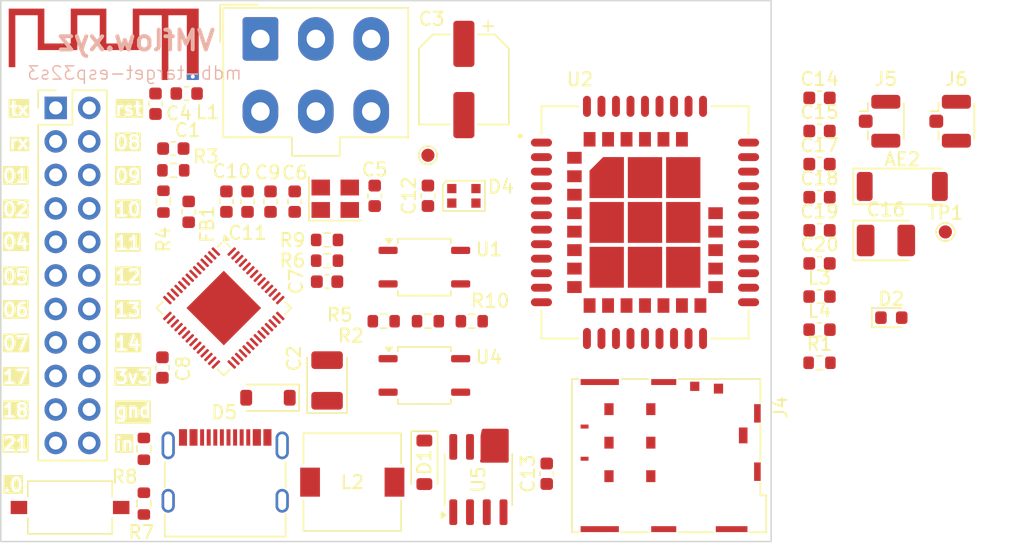
<source format=kicad_pcb>
(kicad_pcb (version 20241229) (generator "pcbnew") (generator_version "9.0")
  (layers (0 "F.Cu" signal) (2 "B.Cu" signal) (13 "F.Paste" user) (15 "B.Paste" user) (5 "F.SilkS" user "F.Silkscreen") (7 "B.SilkS" user "B.Silkscreen") (1 "F.Mask" user) (3 "B.Mask" user) (25 "Edge.Cuts" user))
  (net 0 "")
  (net 1 "Net-(AE1-A)")
  (net 2 "+3V3")
  (net 3 "GND")
  (net 4 "Net-(U3-LNA_IN{slash}RF)")
  (net 5 "Net-(U3-XTAL_N)")
  (net 6 "Net-(U3-XTAL_P)")
  (net 7 "/vin")
  (net 8 "Net-(D5-A)")
  (net 10 "/mdb_master_transmit")
  (net 11 "/mdb_communications_common")
  (net 12 "/mdb_master_receive")
  (net 15 "/usb+")
  (net 16 "/usb-")
  (net 17 "Net-(J2-CC1)")
  (net 18 "Net-(J2-CC2)")
  (net 20 "/io12")
  (net 21 "/io9")
  (net 22 "/io6")
  (net 23 "/io10")
  (net 24 "/io17")
  (net 25 "/u0txd")
  (net 26 "/io21")
  (net 27 "/io11")
  (net 28 "/io5")
  (net 29 "/boot")
  (net 30 "/u0rxd")
  (net 31 "/io8")
  (net 32 "/io14")
  (net 33 "/io18")
  (net 34 "/io4")
  (net 35 "/io7")
  (net 36 "/io13")
  (net 37 "/io1")
  (net 38 "/io2")
  (net 39 "Net-(R2-Pad2)")
  (net 40 "/reset")
  (net 41 "Net-(R5-Pad2)")
  (net 42 "Net-(U3-GPIO45)")
  (net 43 "Net-(U3-GPIO46)")
  (net 67 "VDD3P3")
  (net 68 "Net-(D1-K)")
  (net 72 "/sim_vdd")
  (net 76 "Net-(AE2-A)")
  (net 81 "/rf_ant")
  (net 84 "Net-(J5-In)")
  (net 87 "/sim_rst")
  (net 88 "/sim_data")
  (net 90 "/gnss_ant")
  (net 91 "/netlight")
  (net 95 "Net-(D2-A)")
  (net 97 "Net-(U2-STATUS)")
  (net 114 "/sim_clk")
  (footprint "Capacitor_Tantalum_SMD:CP_EIA-3528-21_Kemet-B" (layer "F.Cu") (at 193.23 111.88 90)
    (property "Reference" "C2" (at 1.67 -2.51 90) (layer "F.SilkS"))
    (property "Value" "220uF" (hide yes))
    (pad "1" smd roundrect (at -1.54 0 90) (size 1.34 2.39) (layers "F.Cu" "F.Mask" "F.Paste") (roundrect_rratio 0.186567) (net 2 "+3V3"))
    (pad "2" smd roundrect (at 1.54 0 90) (size 1.34 2.39) (layers "F.Cu" "F.Mask" "F.Paste") (roundrect_rratio 0.186567) (net 3 "GND"))
  )
  (footprint "Inductor_SMD:L_7.3x7.3_H3.5" (layer "F.Cu") (at 195.141333 119.59 180)
    (property "Reference" "L2" (at 0 0 0) (layer "F.SilkS"))
    (property "Value" "100uH" (hide yes))
    (pad "1" smd rect (at -3.2 0 180) (size 1.5 2.2) (layers "F.Cu" "F.Mask" "F.Paste") (net 68 "Net-(D1-K)"))
    (pad "2" smd rect (at 3.2 0 180) (size 1.5 2.2) (layers "F.Cu" "F.Mask" "F.Paste") (net 2 "+3V3"))
  )
  (footprint "Resistor_SMD:R_0603_1608Metric" (layer "F.Cu") (at 179.342666 121.215 -90)
    (property "Reference" "R7" (at 2.175 0.193 0) (layer "F.SilkS"))
    (property "Value" "5.1k" (hide yes))
    (pad "1" smd roundrect (at -0.825 0 270) (size 0.8 0.95) (layers "F.Cu" "F.Mask" "F.Paste") (net 18 "Net-(J2-CC2)"))
    (pad "2" smd roundrect (at 0.825 0 270) (size 0.8 0.95) (layers "F.Cu" "F.Mask" "F.Paste") (net 3 "GND"))
  )
  (footprint "Connector_JAE:JAE_SIM_Card_SF72S006" (layer "F.Cu") (at 217.06 116.595 90)
    (property "Reference" "J4" (at 2.667 10.541 90) (layer "F.SilkS"))
    (property "Value" "JAE_SIM_Card_SF72S006" (hide yes))
    (pad "C1" smd rect (at -2.54 -2.46 270) (size 0.9 0.7) (layers "F.Cu" "F.Mask" "F.Paste") (net 72 "/sim_vdd"))
    (pad "C2" smd rect (at 0 -2.46 270) (size 0.9 0.7) (layers "F.Cu" "F.Mask" "F.Paste") (net 87 "/sim_rst"))
    (pad "C3" smd rect (at 2.54 -2.46 270) (size 0.9 0.7) (layers "F.Cu" "F.Mask" "F.Paste") (net 114 "/sim_clk"))
    (pad "C5" smd rect (at -2.54 0.71 270) (size 0.9 0.7) (layers "F.Cu" "F.Mask" "F.Paste") (net 3 "GND"))
    (pad "C6" smd rect (at 0 0.71 270) (size 0.9 0.7) (layers "F.Cu" "F.Mask" "F.Paste"))
    (pad "C7" smd rect (at 2.54 0.71 270) (size 0.9 0.7) (layers "F.Cu" "F.Mask" "F.Paste") (net 88 "/sim_data"))
    (pad "CSW" smd rect (at 4.27 4.04 270) (size 0.7 0.7) (layers "F.Cu" "F.Mask" "F.Paste"))
    (pad "DSW" smd rect (at 0.55 7.715 270) (size 1.2 0.65) (layers "F.Cu" "F.Mask" "F.Paste"))
    (pad "SH" smd rect (at -6.555 -3.16 270) (size 0.45 2.9) (layers "F.Cu" "F.Mask" "F.Paste") (net 3 "GND"))
    (pad "SH" smd rect (at -6.555 1.69 270) (size 0.45 1.9) (layers "F.Cu" "F.Mask" "F.Paste") (net 3 "GND"))
    (pad "SH" smd rect (at -6.555 6.84 270) (size 0.45 2.4) (layers "F.Cu" "F.Mask" "F.Paste") (net 3 "GND"))
    (pad "SH" smd rect (at -2.2 8.79 270) (size 1.4 0.5) (layers "F.Cu" "F.Mask" "F.Paste") (net 3 "GND"))
    (pad "SH" smd rect (at -1.22 -4.31 270) (size 0.3 0.6) (layers "F.Cu" "F.Mask" "F.Paste") (net 3 "GND"))
    (pad "SH" smd rect (at 1.22 -4.31 270) (size 0.3 0.6) (layers "F.Cu" "F.Mask" "F.Paste") (net 3 "GND"))
    (pad "SH" smd rect (at 2.22 8.79 270) (size 1.4 0.5) (layers "F.Cu" "F.Mask" "F.Paste") (net 3 "GND"))
    (pad "SH" smd rect (at 4.095 5.84 270) (size 0.75 0.7) (layers "F.Cu" "F.Mask" "F.Paste") (net 3 "GND"))
    (pad "SH" smd rect (at 4.595 -3.16 270) (size 0.45 2.9) (layers "F.Cu" "F.Mask" "F.Paste") (net 3 "GND"))
    (pad "SH" smd rect (at 4.595 1.69 270) (size 0.45 1.9) (layers "F.Cu" "F.Mask" "F.Paste") (net 3 "GND"))
  )
  (footprint "Capacitor_SMD:C_0603_1608Metric" (layer "F.Cu") (at 230.56 90.46)
    (property "Reference" "C14" (at 0 -1.43 0) (layer "F.SilkS"))
    (property "Value" "0.1uF")
    (pad "1" smd roundrect (at -0.775 0) (size 0.9 0.95) (layers "F.Cu" "F.Mask" "F.Paste") (net 2 "+3V3"))
    (pad "2" smd roundrect (at 0.775 0) (size 0.9 0.95) (layers "F.Cu" "F.Mask" "F.Paste") (net 3 "GND"))
  )
  (footprint "Connector_USB:USB_C_Receptacle_G-Switch_GT-USB-7010ASV" (layer "F.Cu") (at 185.506999 119.925)
    (property "Reference" "J2" (hide yes))
    (property "Value" "USB_C_Receptacle_USB2.0_16P" (hide yes))
    (pad "" np_thru_hole circle (at -2.89 -2.605) (size 0.65 0.65) (drill 0.65) (layers "*.Cu" "*.Mask"))
    (pad "" np_thru_hole circle (at 2.89 -2.605) (size 0.65 0.65) (drill 0.65) (layers "*.Cu" "*.Mask"))
    (pad "A1" smd rect (at -3.2 -3.725) (size 0.6 1.24) (layers "F.Cu" "F.Mask" "F.Paste") (net 3 "GND"))
    (pad "A4" smd rect (at -2.4 -3.725) (size 0.6 1.24) (layers "F.Cu" "F.Mask" "F.Paste") (net 8 "Net-(D5-A)"))
    (pad "A5" smd rect (at -1.25 -3.725) (size 0.3 1.24) (layers "F.Cu" "F.Mask" "F.Paste") (net 17 "Net-(J2-CC1)"))
    (pad "A6" smd rect (at -0.25 -3.725) (size 0.3 1.24) (layers "F.Cu" "F.Mask" "F.Paste") (net 15 "/usb+"))
    (pad "A7" smd rect (at 0.25 -3.725) (size 0.3 1.24) (layers "F.Cu" "F.Mask" "F.Paste") (net 16 "/usb-"))
    (pad "A8" smd rect (at 1.25 -3.725) (size 0.3 1.24) (layers "F.Cu" "F.Mask" "F.Paste"))
    (pad "A9" smd rect (at 2.4 -3.725) (size 0.6 1.24) (layers "F.Cu" "F.Mask" "F.Paste") (net 8 "Net-(D5-A)"))
    (pad "A12" smd rect (at 3.2 -3.725) (size 0.6 1.24) (layers "F.Cu" "F.Mask" "F.Paste") (net 3 "GND"))
    (pad "B1" smd rect (at 3.2 -3.725) (size 0.6 1.24) (layers "F.Cu" "F.Mask" "F.Paste") (net 3 "GND"))
    (pad "B4" smd rect (at 2.4 -3.725) (size 0.6 1.24) (layers "F.Cu" "F.Mask" "F.Paste") (net 8 "Net-(D5-A)"))
    (pad "B5" smd rect (at 1.75 -3.725) (size 0.3 1.24) (layers "F.Cu" "F.Mask" "F.Paste") (net 18 "Net-(J2-CC2)"))
    (pad "B6" smd rect (at 0.75 -3.725) (size 0.3 1.24) (layers "F.Cu" "F.Mask" "F.Paste") (net 15 "/usb+"))
    (pad "B7" smd rect (at -0.75 -3.725) (size 0.3 1.24) (layers "F.Cu" "F.Mask" "F.Paste") (net 16 "/usb-"))
    (pad "B8" smd rect (at -1.75 -3.725) (size 0.3 1.24) (layers "F.Cu" "F.Mask" "F.Paste"))
    (pad "B9" smd rect (at -2.4 -3.725) (size 0.6 1.24) (layers "F.Cu" "F.Mask" "F.Paste") (net 8 "Net-(D5-A)"))
    (pad "B12" smd rect (at -3.2 -3.725) (size 0.6 1.24) (layers "F.Cu" "F.Mask" "F.Paste") (net 3 "GND"))
    (pad "S1" thru_hole oval (at -4.32 -3.125) (size 1 2.1) (drill oval 0.6 1.7) (layers "*.Cu" "*.Mask") (net 3 "GND"))
    (pad "S1" thru_hole oval (at -4.32 1.075) (size 1 1.8) (drill oval 0.6 1.4) (layers "*.Cu" "*.Mask") (net 3 "GND"))
    (pad "S1" thru_hole oval (at 4.32 -3.125) (size 1 2.1) (drill oval 0.6 1.7) (layers "*.Cu" "*.Mask") (net 3 "GND"))
    (pad "S1" thru_hole oval (at 4.32 1.075) (size 1 1.8) (drill oval 0.6 1.4) (layers "*.Cu" "*.Mask") (net 3 "GND"))
  )
  (footprint "TestPoint:TestPoint_Pad_D1.0mm" (layer "F.Cu") (at 240.1 100.62)
    (property "Reference" "TP1" (at 0 -1.448 0) (layer "F.SilkS"))
    (property "Value" "TestPoint")
    (pad "1" smd circle (at 0 0) (size 1 1) (layers "F.Cu" "F.Mask") (net 97 "Net-(U2-STATUS)"))
  )
  (footprint "Capacitor_SMD:C_0603_1608Metric" (layer "F.Cu") (at 185.6 98.325 -90)
    (property "Reference" "C10" (at -2.305 -0.4 180) (layer "F.SilkS"))
    (property "Value" "0.1uF" (hide yes))
    (pad "1" smd roundrect (at -0.775 0 270) (size 0.9 0.95) (layers "F.Cu" "F.Mask" "F.Paste") (net 3 "GND"))
    (pad "2" smd roundrect (at 0.775 0 270) (size 0.9 0.95) (layers "F.Cu" "F.Mask" "F.Paste") (net 2 "+3V3"))
  )
  (footprint "Package_DFN_QFN:QFN-56-1EP_7x7mm_P0.4mm_EP4x4mm" (layer "F.Cu") (at 185.402004 106.39 -45)
    (property "Reference" "U3" (hide yes))
    (property "Value" "ESP32-S3FH4R2" (hide yes))
    (pad "1" smd roundrect (at -3.45 -2.6 315) (size 0.8 0.2) (layers "F.Cu" "F.Mask" "F.Paste") (net 4 "Net-(U3-LNA_IN{slash}RF)"))
    (pad "2" smd roundrect (at -3.449999 -2.2 315) (size 0.8 0.2) (layers "F.Cu" "F.Mask" "F.Paste") (net 67 "VDD3P3"))
    (pad "3" smd roundrect (at -3.45 -1.8 315) (size 0.8 0.2) (layers "F.Cu" "F.Mask" "F.Paste") (net 67 "VDD3P3"))
    (pad "4" smd roundrect (at -3.45 -1.4 315) (size 0.8 0.2) (layers "F.Cu" "F.Mask" "F.Paste") (net 40 "/reset"))
    (pad "5" smd roundrect (at -3.45 -1 315) (size 0.8 0.2) (layers "F.Cu" "F.Mask" "F.Paste") (net 29 "/boot"))
    (pad "6" smd roundrect (at -3.449999 -0.6 315) (size 0.8 0.2) (layers "F.Cu" "F.Mask" "F.Paste") (net 37 "/io1"))
    (pad "7" smd roundrect (at -3.45 -0.2 315) (size 0.8 0.2) (layers "F.Cu" "F.Mask" "F.Paste") (net 38 "/io2"))
    (pad "8" smd roundrect (at -3.45 0.2 315) (size 0.8 0.2) (layers "F.Cu" "F.Mask" "F.Paste"))
    (pad "9" smd roundrect (at -3.449999 0.6 315) (size 0.8 0.2) (layers "F.Cu" "F.Mask" "F.Paste") (net 34 "/io4"))
    (pad "10" smd roundrect (at -3.45 1 315) (size 0.8 0.2) (layers "F.Cu" "F.Mask" "F.Paste") (net 28 "/io5"))
    (pad "11" smd roundrect (at -3.45 1.4 315) (size 0.8 0.2) (layers "F.Cu" "F.Mask" "F.Paste") (net 22 "/io6"))
    (pad "12" smd roundrect (at -3.45 1.8 315) (size 0.8 0.2) (layers "F.Cu" "F.Mask" "F.Paste") (net 35 "/io7"))
    (pad "13" smd roundrect (at -3.449999 2.2 315) (size 0.8 0.2) (layers "F.Cu" "F.Mask" "F.Paste") (net 31 "/io8"))
    (pad "14" smd roundrect (at -3.45 2.6 315) (size 0.8 0.2) (layers "F.Cu" "F.Mask" "F.Paste") (net 21 "/io9"))
    (pad "15" smd roundrect (at -2.6 3.45 315) (size 0.2 0.8) (layers "F.Cu" "F.Mask" "F.Paste") (net 23 "/io10"))
    (pad "16" smd roundrect (at -2.2 3.449999 315) (size 0.2 0.8) (layers "F.Cu" "F.Mask" "F.Paste") (net 27 "/io11"))
    (pad "17" smd roundrect (at -1.8 3.45 315) (size 0.2 0.8) (layers "F.Cu" "F.Mask" "F.Paste") (net 20 "/io12"))
    (pad "18" smd roundrect (at -1.4 3.45 315) (size 0.2 0.8) (layers "F.Cu" "F.Mask" "F.Paste") (net 36 "/io13"))
    (pad "19" smd roundrect (at -1 3.45 315) (size 0.2 0.8) (layers "F.Cu" "F.Mask" "F.Paste") (net 32 "/io14"))
    (pad "20" smd roundrect (at -0.6 3.449999 315) (size 0.2 0.8) (layers "F.Cu" "F.Mask" "F.Paste") (net 2 "+3V3"))
    (pad "21" smd roundrect (at -0.2 3.45 315) (size 0.2 0.8) (layers "F.Cu" "F.Mask" "F.Paste"))
    (pad "22" smd roundrect (at 0.2 3.45 315) (size 0.2 0.8) (layers "F.Cu" "F.Mask" "F.Paste"))
    (pad "23" smd roundrect (at 0.6 3.449999 315) (size 0.2 0.8) (layers "F.Cu" "F.Mask" "F.Paste") (net 24 "/io17"))
    (pad "24" smd roundrect (at 1 3.45 315) (size 0.2 0.8) (layers "F.Cu" "F.Mask" "F.Paste") (net 33 "/io18"))
    (pad "25" smd roundrect (at 1.4 3.45 315) (size 0.2 0.8) (layers "F.Cu" "F.Mask" "F.Paste") (net 16 "/usb-"))
    (pad "26" smd roundrect (at 1.8 3.45 315) (size 0.2 0.8) (layers "F.Cu" "F.Mask" "F.Paste") (net 15 "/usb+"))
    (pad "27" smd roundrect (at 2.2 3.449999 315) (size 0.2 0.8) (layers "F.Cu" "F.Mask" "F.Paste") (net 26 "/io21"))
    (pad "28" smd roundrect (at 2.6 3.45 315) (size 0.2 0.8) (layers "F.Cu" "F.Mask" "F.Paste"))
    (pad "29" smd roundrect (at 3.45 2.6 315) (size 0.8 0.2) (layers "F.Cu" "F.Mask" "F.Paste"))
    (pad "30" smd roundrect (at 3.449999 2.2 315) (size 0.8 0.2) (layers "F.Cu" "F.Mask" "F.Paste"))
    (pad "31" smd roundrect (at 3.45 1.8 315) (size 0.8 0.2) (layers "F.Cu" "F.Mask" "F.Paste"))
    (pad "32" smd roundrect (at 3.45 1.4 315) (size 0.8 0.2) (layers "F.Cu" "F.Mask" "F.Paste"))
    (pad "33" smd roundrect (at 3.45 1 315) (size 0.8 0.2) (layers "F.Cu" "F.Mask" "F.Paste"))
    (pad "34" smd roundrect (at 3.449999 0.6 315) (size 0.8 0.2) (layers "F.Cu" "F.Mask" "F.Paste"))
    (pad "35" smd roundrect (at 3.45 0.2 315) (size 0.8 0.2) (layers "F.Cu" "F.Mask" "F.Paste"))
    (pad "36" smd roundrect (at 3.45 -0.2 315) (size 0.8 0.2) (layers "F.Cu" "F.Mask" "F.Paste"))
    (pad "37" smd roundrect (at 3.449999 -0.6 315) (size 0.8 0.2) (layers "F.Cu" "F.Mask" "F.Paste"))
    (pad "38" smd roundrect (at 3.45 -1 315) (size 0.8 0.2) (layers "F.Cu" "F.Mask" "F.Paste"))
    (pad "39" smd roundrect (at 3.45 -1.4 315) (size 0.8 0.2) (layers "F.Cu" "F.Mask" "F.Paste"))
    (pad "40" smd roundrect (at 3.45 -1.8 315) (size 0.8 0.2) (layers "F.Cu" "F.Mask" "F.Paste"))
    (pad "41" smd roundrect (at 3.449999 -2.2 315) (size 0.8 0.2) (layers "F.Cu" "F.Mask" "F.Paste"))
    (pad "42" smd roundrect (at 3.45 -2.6 315) (size 0.8 0.2) (layers "F.Cu" "F.Mask" "F.Paste"))
    (pad "43" smd roundrect (at 2.6 -3.45 315) (size 0.2 0.8) (layers "F.Cu" "F.Mask" "F.Paste"))
    (pad "44" smd roundrect (at 2.2 -3.449999 315) (size 0.2 0.8) (layers "F.Cu" "F.Mask" "F.Paste"))
    (pad "45" smd roundrect (at 1.8 -3.45 315) (size 0.2 0.8) (layers "F.Cu" "F.Mask" "F.Paste"))
    (pad "46" smd roundrect (at 1.4 -3.45 315) (size 0.2 0.8) (layers "F.Cu" "F.Mask" "F.Paste") (net 2 "+3V3"))
    (pad "47" smd roundrect (at 1 -3.45 315) (size 0.2 0.8) (layers "F.Cu" "F.Mask" "F.Paste"))
    (pad "48" smd roundrect (at 0.6 -3.449999 315) (size 0.2 0.8) (layers "F.Cu" "F.Mask" "F.Paste"))
    (pad "49" smd roundrect (at 0.2 -3.45 315) (size 0.2 0.8) (layers "F.Cu" "F.Mask" "F.Paste") (net 25 "/u0txd"))
    (pad "50" smd roundrect (at -0.2 -3.45 315) (size 0.2 0.8) (layers "F.Cu" "F.Mask" "F.Paste") (net 30 "/u0rxd"))
    (pad "51" smd roundrect (at -0.6 -3.449999 315) (size 0.2 0.8) (layers "F.Cu" "F.Mask" "F.Paste") (net 42 "Net-(U3-GPIO45)"))
    (pad "52" smd roundrect (at -1 -3.45 315) (size 0.2 0.8) (layers "F.Cu" "F.Mask" "F.Paste") (net 43 "Net-(U3-GPIO46)"))
    (pad "53" smd roundrect (at -1.4 -3.45 315) (size 0.2 0.8) (layers "F.Cu" "F.Mask" "F.Paste") (net 5 "Net-(U3-XTAL_N)"))
    (pad "54" smd roundrect (at -1.8 -3.45 315) (size 0.2 0.8) (layers "F.Cu" "F.Mask" "F.Paste") (net 6 "Net-(U3-XTAL_P)"))
    (pad "55" smd roundrect (at -2.2 -3.449999 315) (size 0.2 0.8) (layers "F.Cu" "F.Mask" "F.Paste") (net 2 "+3V3"))
    (pad "56" smd roundrect (at -2.6 -3.45 315) (size 0.2 0.8) (layers "F.Cu" "F.Mask" "F.Paste") (net 2 "+3V3"))
    (pad "57" smd rect (at 0 0 315) (size 4 4) (property pad_prop_heatsink) (layers "F.Cu" "F.Mask") (net 3 "GND"))
  )
  (footprint "SIM7080G:XCVR_SIM7080G" (layer "F.Cu") (at 217.33 99.9)
    (property "Reference" "U2" (at -4.935 -10.84 0) (layer "F.SilkS"))
    (property "Value" "SIM7080G")
    (pad "1" smd oval (at -7.85 -6.05) (size 1.6 0.6) (layers "F.Cu" "F.Mask") (net 33 "/io18"))
    (pad "2" smd oval (at -7.85 -4.95) (size 1.6 0.6) (layers "F.Cu" "F.Mask") (net 24 "/io17"))
    (pad "3" smd oval (at -7.85 -3.85) (size 1.6 0.6) (layers "F.Cu" "F.Mask"))
    (pad "4" smd oval (at -7.85 -2.75) (size 1.6 0.6) (layers "F.Cu" "F.Mask"))
    (pad "5" smd oval (at -7.85 -1.65) (size 1.6 0.6) (layers "F.Cu" "F.Mask"))
    (pad "6" smd oval (at -7.85 -0.55) (size 1.6 0.6) (layers "F.Cu" "F.Mask"))
    (pad "7" smd oval (at -7.85 0.55) (size 1.6 0.6) (layers "F.Cu" "F.Mask"))
    (pad "8" smd oval (at -7.85 1.65) (size 1.6 0.6) (layers "F.Cu" "F.Mask") (net 3 "GND"))
    (pad "9" smd oval (at -7.85 2.75) (size 1.6 0.6) (layers "F.Cu" "F.Mask"))
    (pad "10" smd oval (at -7.85 3.85) (size 1.6 0.6) (layers "F.Cu" "F.Mask"))
    (pad "11" smd oval (at -7.85 4.95) (size 1.6 0.6) (layers "F.Cu" "F.Mask"))
    (pad "12" smd oval (at -7.85 6.05) (size 1.6 0.6) (layers "F.Cu" "F.Mask"))
    (pad "13" smd oval (at -4.4 8.8) (size 0.6 1.6) (layers "F.Cu" "F.Mask") (net 3 "GND"))
    (pad "14" smd oval (at -3.3 8.8) (size 0.6 1.6) (layers "F.Cu" "F.Mask"))
    (pad "15" smd oval (at -2.2 8.8) (size 0.6 1.6) (layers "F.Cu" "F.Mask") (net 88 "/sim_data"))
    (pad "16" smd oval (at -1.1 8.8) (size 0.6 1.6) (layers "F.Cu" "F.Mask") (net 114 "/sim_clk"))
    (pad "17" smd oval (at 0 8.8) (size 0.6 1.6) (layers "F.Cu" "F.Mask") (net 87 "/sim_rst"))
    (pad "18" smd oval (at 1.1 8.8) (size 0.6 1.6) (layers "F.Cu" "F.Mask") (net 72 "/sim_vdd"))
    (pad "19" smd oval (at 2.2 8.8) (size 0.6 1.6) (layers "F.Cu" "F.Mask") (net 3 "GND"))
    (pad "20" smd oval (at 3.3 8.8) (size 0.6 1.6) (layers "F.Cu" "F.Mask"))
    (pad "21" smd oval (at 4.4 8.8) (size 0.6 1.6) (layers "F.Cu" "F.Mask") (net 3 "GND"))
    (pad "22" smd oval (at 7.85 6.05) (size 1.6 0.6) (layers "F.Cu" "F.Mask"))
    (pad "23" smd oval (at 7.85 4.95) (size 1.6 0.6) (layers "F.Cu" "F.Mask"))
    (pad "24" smd oval (at 7.85 3.85) (size 1.6 0.6) (layers "F.Cu" "F.Mask"))
    (pad "25" smd oval (at 7.85 2.75) (size 1.6 0.6) (layers "F.Cu" "F.Mask"))
    (pad "26" smd oval (at 7.85 1.65) (size 1.6 0.6) (layers "F.Cu" "F.Mask"))
    (pad "27" smd oval (at 7.85 0.55) (size 1.6 0.6) (layers "F.Cu" "F.Mask") (net 3 "GND"))
    (pad "28" smd oval (at 7.85 -0.55) (size 1.6 0.6) (layers "F.Cu" "F.Mask"))
    (pad "29" smd oval (at 7.85 -1.65) (size 1.6 0.6) (layers "F.Cu" "F.Mask"))
    (pad "30" smd oval (at 7.85 -2.75) (size 1.6 0.6) (layers "F.Cu" "F.Mask") (net 3 "GND"))
    (pad "31" smd oval (at 7.85 -3.85) (size 1.6 0.6) (layers "F.Cu" "F.Mask") (net 3 "GND"))
    (pad "32" smd oval (at 7.85 -4.95) (size 1.6 0.6) (layers "F.Cu" "F.Mask") (net 81 "/rf_ant"))
    (pad "33" smd oval (at 7.85 -6.05) (size 1.6 0.6) (layers "F.Cu" "F.Mask") (net 3 "GND"))
    (pad "34" smd oval (at 4.4 -8.8) (size 0.6 1.6) (layers "F.Cu" "F.Mask") (net 2 "+3V3"))
    (pad "35" smd oval (at 3.3 -8.8) (size 0.6 1.6) (layers "F.Cu" "F.Mask") (net 2 "+3V3"))
    (pad "36" smd oval (at 2.2 -8.8) (size 0.6 1.6) (layers "F.Cu" "F.Mask") (net 3 "GND"))
    (pad "37" smd oval (at 1.1 -8.8) (size 0.6 1.6) (layers "F.Cu" "F.Mask") (net 3 "GND"))
    (pad "38" smd oval (at 0 -8.8) (size 0.6 1.6) (layers "F.Cu" "F.Mask"))
    (pad "39" smd oval (at -1.1 -8.8) (size 0.6 1.6) (layers "F.Cu" "F.Mask") (net 32 "/io14"))
    (pad "40" smd oval (at -2.2 -8.8) (size 0.6 1.6) (layers "F.Cu" "F.Mask"))
    (pad "41" smd oval (at -3.3 -8.8) (size 0.6 1.6) (layers "F.Cu" "F.Mask") (net 91 "/netlight"))
    (pad "42" smd oval (at -4.4 -8.8) (size 0.6 1.6) (layers "F.Cu" "F.Mask") (net 97 "Net-(U2-STATUS)"))
    (pad "43" smd rect (at -5.35 -4.9) (size 1.1 0.9) (layers "F.Cu" "F.Mask"))
    (pad "44" smd rect (at -5.35 -3.5) (size 1.1 0.9) (layers "F.Cu" "F.Mask"))
    (pad "45" smd rect (at -5.35 -2.1) (size 1.1 0.9) (layers "F.Cu" "F.Mask") (net 3 "GND"))
    (pad "46" smd rect (at -5.35 -0.7) (size 1.1 0.9) (layers "F.Cu" "F.Mask"))
    (pad "47" smd rect (at -5.35 0.7) (size 1.1 0.9) (layers "F.Cu" "F.Mask"))
    (pad "48" smd rect (at -5.35 2.1) (size 1.1 0.9) (layers "F.Cu" "F.Mask"))
    (pad "49" smd rect (at -5.35 3.5) (size 1.1 0.9) (layers "F.Cu" "F.Mask"))
    (pad "50" smd rect (at -5.35 4.9) (size 1.1 0.9) (layers "F.Cu" "F.Mask"))
    (pad "51" smd rect (at -4.2 6.3) (size 0.9 1.1) (layers "F.Cu" "F.Mask"))
    (pad "52" smd rect (at -2.8 6.3) (size 0.9 1.1) (layers "F.Cu" "F.Mask"))
    (pad "53" smd rect (at -1.4 6.3) (size 0.9 1.1) (layers "F.Cu" "F.Mask"))
    (pad "54" smd rect (at 0 6.3) (size 0.9 1.1) (layers "F.Cu" "F.Mask"))
    (pad "55" smd rect (at 1.4 6.3) (size 0.9 1.1) (layers "F.Cu" "F.Mask"))
    (pad "56" smd rect (at 2.8 6.3) (size 0.9 1.1) (layers "F.Cu" "F.Mask"))
    (pad "57" smd rect (at 4.2 6.3) (size 0.9 1.1) (layers "F.Cu" "F.Mask"))
    (pad "58" smd rect (at 5.35 4.9) (size 1.1 0.9) (layers "F.Cu" "F.Mask"))
    (pad "59" smd rect (at 5.35 3.5) (size 1.1 0.9) (layers "F.Cu" "F.Mask"))
    (pad "60" smd rect (at 5.35 2.1) (size 1.1 0.9) (layers "F.Cu" "F.Mask"))
    (pad "61" smd rect (at 5.35 0.7) (size 1.1 0.9) (layers "F.Cu" "F.Mask"))
    (pad "62" smd rect (at 5.35 -0.7) (size 1.1 0.9) (layers "F.Cu" "F.Mask"))
    (pad "63" smd rect (at 2.8 -6.3) (size 0.9 1.1) (layers "F.Cu" "F.Mask") (net 3 "GND"))
    (pad "64" smd rect (at 1.4 -6.3) (size 0.9 1.1) (layers "F.Cu" "F.Mask"))
    (pad "65" smd rect (at 0 -6.3) (size 0.9 1.1) (layers "F.Cu" "F.Mask"))
    (pad "66" smd rect (at -1.4 -6.3) (size 0.9 1.1) (layers "F.Cu" "F.Mask") (net 3 "GND"))
    (pad "67" smd rect (at -2.8 -6.3) (size 0.9 1.1) (layers "F.Cu" "F.Mask") (net 3 "GND"))
    (pad "68" smd rect (at -4.2 -6.3) (size 0.9 1.1) (layers "F.Cu" "F.Mask") (net 90 "/gnss_ant"))
    (pad "69" smd custom (at -2.9 -3.4) (size 1 1) (layers "F.Cu") (net 3 "GND") (options (clearance outline) (anchor rect)) (primitives (gr_poly (pts (xy 1.3 1.55) (xy -1.3 1.55) (xy -1.3 -0.52) (xy -0.27 -1.55) (xy 1.3 -1.55)) (width 0.01) (fill yes))))
    (pad "70" smd rect (at -2.9 0) (size 2.6 3.1) (layers "F.Cu" "F.Mask") (net 3 "GND"))
    (pad "71" smd rect (at -2.9 3.4) (size 2.6 3.1) (layers "F.Cu" "F.Mask") (net 3 "GND"))
    (pad "72" smd rect (at 0 3.4) (size 2.6 3.1) (layers "F.Cu" "F.Mask") (net 3 "GND"))
    (pad "73" smd rect (at 2.9 3.4) (size 2.6 3.1) (layers "F.Cu" "F.Mask") (net 3 "GND"))
    (pad "74" smd rect (at 2.9 0) (size 2.6 3.1) (layers "F.Cu" "F.Mask") (net 3 "GND"))
    (pad "75" smd rect (at 2.9 -3.4) (size 2.6 3.1) (layers "F.Cu" "F.Mask") (net 3 "GND"))
    (pad "76" smd rect (at 0 -3.4) (size 2.6 3.1) (layers "F.Cu" "F.Mask") (net 3 "GND"))
    (pad "77" smd rect (at 0 0) (size 2.6 3.1) (layers "F.Cu" "F.Mask") (net 3 "GND"))
    (zone (net 0) (net_name "") (layer "F.Cu") (connect_pads (clearance 0)) (min_thickness 0.01)
      (keepout (tracks not_allowed) (vias not_allowed) (pads not_allowed) (copperpour not_allowed) (footprints allowed))
      (fill (thermal_gap 0.508) (thermal_bridge_width 0.508))
      (polygon (pts (xy 221.98 92.3) (xy 224.13 92.3) (xy 224.13 97.6) (xy 221.98 97.6)))
    )
  )
  (footprint "Capacitor_SMD:C_0603_1608Metric" (layer "F.Cu") (at 180.75 110.9 90)
    (property "Reference" "C8" (at -0.09 1.575 90) (layer "F.SilkS"))
    (property "Value" "0.1uF" (hide yes))
    (pad "1" smd roundrect (at -0.775 0 90) (size 0.9 0.95) (layers "F.Cu" "F.Mask" "F.Paste") (net 3 "GND"))
    (pad "2" smd roundrect (at 0.775 0 90) (size 0.9 0.95) (layers "F.Cu" "F.Mask" "F.Paste") (net 2 "+3V3"))
  )
  (footprint "Resistor_SMD:R_0603_1608Metric" (layer "F.Cu") (at 197.525 107.39)
    (property "Reference" "R5" (at -3.33 -0.48 0) (layer "F.SilkS"))
    (property "Value" "470ohm" (hide yes))
    (pad "1" smd roundrect (at -0.825 0) (size 0.8 0.95) (layers "F.Cu" "F.Mask" "F.Paste") (net 2 "+3V3"))
    (pad "2" smd roundrect (at 0.825 0) (size 0.8 0.95) (layers "F.Cu" "F.Mask" "F.Paste") (net 41 "Net-(R5-Pad2)"))
  )
  (footprint "Capacitor_SMD:C_0603_1608Metric" (layer "F.Cu") (at 187.2 98.325 -90)
    (property "Reference" "C11" (at 2.365 0 180) (layer "F.SilkS"))
    (property "Value" "10uF" (hide yes))
    (pad "1" smd roundrect (at -0.775 0 270) (size 0.9 0.95) (layers "F.Cu" "F.Mask" "F.Paste") (net 3 "GND"))
    (pad "2" smd roundrect (at 0.775 0 270) (size 0.9 0.95) (layers "F.Cu" "F.Mask" "F.Paste") (net 2 "+3V3"))
  )
  (footprint "Capacitor_SMD:C_0603_1608Metric" (layer "F.Cu") (at 193.23 104.39 180)
    (property "Reference" "C7" (at 2.35 0.02 90) (layer "F.SilkS"))
    (property "Value" "0.1uF" (hide yes))
    (pad "1" smd roundrect (at -0.775 0 180) (size 0.9 0.95) (layers "F.Cu" "F.Mask" "F.Paste") (net 3 "GND"))
    (pad "2" smd roundrect (at 0.775 0 180) (size 0.9 0.95) (layers "F.Cu" "F.Mask" "F.Paste") (net 2 "+3V3"))
  )
  (footprint "Capacitor_SMD:C_0603_1608Metric" (layer "F.Cu") (at 188.944375 98.325 -90)
    (property "Reference" "C9" (at -2.205 0.214375 180) (layer "F.SilkS"))
    (property "Value" "1uF" (hide yes))
    (pad "1" smd roundrect (at -0.775 0 270) (size 0.9 0.95) (layers "F.Cu" "F.Mask" "F.Paste") (net 3 "GND"))
    (pad "2" smd roundrect (at 0.775 0 270) (size 0.9 0.95) (layers "F.Cu" "F.Mask" "F.Paste") (net 2 "+3V3"))
  )
  (footprint "Resistor_SMD:R_0603_1608Metric" (layer "F.Cu") (at 181.575 95.9525 180)
    (property "Reference" "R3" (at -2.475 1.0425 0) (layer "F.SilkS"))
    (property "Value" "10k" (hide yes))
    (pad "1" smd roundrect (at -0.825 0 180) (size 0.8 0.95) (layers "F.Cu" "F.Mask" "F.Paste") (net 2 "+3V3"))
    (pad "2" smd roundrect (at 0.825 0 180) (size 0.8 0.95) (layers "F.Cu" "F.Mask" "F.Paste") (net 40 "/reset"))
  )
  (footprint "Capacitor_SMD:C_0603_1608Metric" (layer "F.Cu") (at 180.225 90.905 -90)
    (property "Reference" "C4" (at 0.725 -1.775 180) (layer "F.SilkS"))
    (property "Value" "1.8pf" (hide yes))
    (pad "1" smd roundrect (at -0.775 0 270) (size 0.9 0.95) (layers "F.Cu" "F.Mask" "F.Paste") (net 1 "Net-(AE1-A)"))
    (pad "2" smd roundrect (at 0.775 0 270) (size 0.9 0.95) (layers "F.Cu" "F.Mask" "F.Paste") (net 4 "Net-(U3-LNA_IN{slash}RF)"))
  )
  (footprint "Button_Switch_SMD:SW_Tactile_SPST_NO_Straight_CK_PTS636Sx25SMTRLFS" (layer "F.Cu") (at 173.748332 121.51)
    (property "Reference" "SW1" (hide yes))
    (property "Value" "SW_Push" (hide yes))
    (pad "1" smd rect (at -3.875 0) (size 1.25 1) (layers "F.Cu" "F.Mask" "F.Paste") (net 29 "/boot"))
    (pad "2" smd rect (at 3.875 0) (size 1.25 1) (layers "F.Cu" "F.Mask" "F.Paste") (net 3 "GND"))
  )
  (footprint "RF_Antenna:Texas_SWRA117D_2.4GHz_Left" (layer "F.Cu") (at 180.95 88.845)
    (property "Reference" "AE1" (hide yes))
    (property "Value" "Antenna" (hide yes))
    (fp_poly (pts (xy -2.45 -2.51) (xy -4.45 -2.51) (xy -4.45 -5.15) (xy -7.15 -5.15) (xy -7.15 -2.51) (xy -9.15 -2.51) (xy -9.15 -5.15) (xy -11.85 -5.15) (xy -11.85 -0.71) (xy -11.35 -0.71) (xy -11.35 -4.65) (xy -9.65 -4.65) (xy -9.65 -2.01) (xy -6.65 -2.01) (xy -6.65 -4.65) (xy -4.95 -4.65) (xy -4.95 -2.01) (xy -1.95 -2.01) (xy -1.95 -4.65) (xy -0.25 -4.65) (xy -0.25 0.25) (xy 0.25 0.25) (xy 0.25 -4.65) (xy 1.65 -4.65) (xy 1.65 0.25) (xy 2.55 0.25) (xy 2.55 0.006785) (xy 2.247583 0.006785) (xy 2.237742 0.054395) (xy 2.213674 0.096797) (xy 2.175731 0.129581) (xy 2.167819 0.133935) (xy 2.125156 0.146043) (xy 2.076637 0.1453) (xy 2.031122 0.1324) (xy 2.012511 0.121787) (xy 1.978868 0.086553) (xy 1.958309 0.041368) (xy 1.951778 -0.008158) (xy 1.960218 -0.056417) (xy 1.977112 -0.088643) (xy 2.012372 -0.121313) (xy 2.057682 -0.141408) (xy 2.107267 -0.147982) (xy 2.155353 -0.140092) (xy 2.188245 -0.123186) (xy 2.223185 -0.086416) (xy 2.242847 -0.041622) (xy 2.247583 0.006785) (xy 2.55 0.006785) (xy 2.55 -5.15) (xy -2.45 -5.15) (xy -2.45 -2.51)) (fill yes) (layer "F.Cu"))
    (pad "1" connect rect (at 0 0) (size 0.5 0.5) (layers "F.Cu") (net 1 "Net-(AE1-A)"))
    (pad "2" thru_hole rect (at 2.1 0) (size 0.9 0.5) (drill 0.3) (layers "*.Cu"))
  )
  (footprint "Capacitor_SMD:C_0603_1608Metric" (layer "F.Cu") (at 230.56 92.97)
    (property "Reference" "C15" (at 0 -1.43 0) (layer "F.SilkS"))
    (property "Value" "1uF")
    (pad "1" smd roundrect (at -0.775 0) (size 0.9 0.95) (layers "F.Cu" "F.Mask" "F.Paste") (net 2 "+3V3"))
    (pad "2" smd roundrect (at 0.775 0) (size 0.9 0.95) (layers "F.Cu" "F.Mask" "F.Paste") (net 3 "GND"))
  )
  (footprint "Capacitor_SMD:C_0603_1608Metric" (layer "F.Cu") (at 200.875 97.88 90)
    (property "Reference" "C12" (at 0 -1.45 90) (layer "F.SilkS"))
    (property "Value" "0.1uF" (hide yes))
    (pad "1" smd roundrect (at -0.775 0 90) (size 0.9 0.95) (layers "F.Cu" "F.Mask" "F.Paste") (net 3 "GND"))
    (pad "2" smd roundrect (at 0.775 0 90) (size 0.9 0.95) (layers "F.Cu" "F.Mask" "F.Paste") (net 2 "+3V3"))
  )
  (footprint "Capacitor_Tantalum_SMD:CP_EIA-3528-21_Kemet-B" (layer "F.Cu") (at 235.595 101.27)
    (property "Reference" "C16" (at 0 -2.35 0) (layer "F.SilkS"))
    (property "Value" "10uF")
    (pad "1" smd roundrect (at -1.54 0) (size 1.34 2.39) (layers "F.Cu" "F.Mask" "F.Paste") (roundrect_rratio 0.186567) (net 2 "+3V3"))
    (pad "2" smd roundrect (at 1.54 0) (size 1.34 2.39) (layers "F.Cu" "F.Mask" "F.Paste") (roundrect_rratio 0.186567) (net 3 "GND"))
  )
  (footprint "TestPoint:TestPoint_Pad_D1.0mm" (layer "F.Cu") (at 200.875 94.81)
    (property "Reference" "TP4" (hide yes))
    (property "Value" "TestPoint" (hide yes))
    (pad "1" smd circle (at 0 0) (size 1 1) (layers "F.Cu" "F.Mask") (net 2 "+3V3"))
  )
  (footprint "Package_SO:SOIC-8_3.9x4.9mm_P1.27mm" (layer "F.Cu") (at 204.7 119.39 90)
    (property "Reference" "U5" (at 0 0 90) (layer "F.SilkS"))
    (property "Value" "LM2594HVM-3.3" (hide yes))
    (pad "1" smd roundrect (at -2.475 -1.905 90) (size 1.95 0.6) (layers "F.Cu" "F.Mask" "F.Paste"))
    (pad "2" smd roundrect (at -2.475 -0.635 90) (size 1.95 0.6) (layers "F.Cu" "F.Mask" "F.Paste"))
    (pad "3" smd roundrect (at -2.475 0.635 90) (size 1.95 0.6) (layers "F.Cu" "F.Mask" "F.Paste"))
    (pad "4" smd roundrect (at -2.475 1.905 90) (size 1.95 0.6) (layers "F.Cu" "F.Mask" "F.Paste") (net 2 "+3V3"))
    (pad "5" smd roundrect (at 2.475 1.905 90) (size 1.95 0.6) (layers "F.Cu" "F.Mask" "F.Paste") (net 3 "GND"))
    (pad "6" smd roundrect (at 2.475 0.635 90) (size 1.95 0.6) (layers "F.Cu" "F.Mask" "F.Paste") (net 3 "GND"))
    (pad "7" smd roundrect (at 2.475 -0.635 90) (size 1.95 0.6) (layers "F.Cu" "F.Mask" "F.Paste") (net 7 "/vin"))
    (pad "8" smd roundrect (at 2.475 -1.905 90) (size 1.95 0.6) (layers "F.Cu" "F.Mask" "F.Paste") (net 68 "Net-(D1-K)"))
  )
  (footprint "Diode_SMD:D_SOD-123" (layer "F.Cu") (at 188.75 113.19 180)
    (property "Reference" "D5" (at 3.31 -1.11 0) (layer "F.SilkS"))
    (property "Value" "D_Schottky" (hide yes))
    (pad "1" smd roundrect (at -1.65 0 180) (size 0.9 1.2) (layers "F.Cu" "F.Mask" "F.Paste") (net 7 "/vin"))
    (pad "2" smd roundrect (at 1.65 0 180) (size 0.9 1.2) (layers "F.Cu" "F.Mask" "F.Paste") (net 8 "Net-(D5-A)"))
  )
  (footprint "Resistor_SMD:R_0603_1608Metric" (layer "F.Cu") (at 200.875 107.39 180)
    (property "Reference" "R2" (at 5.84 -1.1 0) (layer "F.SilkS"))
    (property "Value" "470ohm" (hide yes))
    (pad "1" smd roundrect (at -0.825 0 180) (size 0.8 0.95) (layers "F.Cu" "F.Mask" "F.Paste") (net 10 "/mdb_master_transmit"))
    (pad "2" smd roundrect (at 0.825 0 180) (size 0.8 0.95) (layers "F.Cu" "F.Mask" "F.Paste") (net 39 "Net-(R2-Pad2)"))
  )
  (footprint "LED_SMD:LED_WS2812B-2020_PLCC4_2.0x2.0mm" (layer "F.Cu") (at 203.6 97.885)
    (property "Reference" "D4" (at 2.815 -0.69 0) (layer "F.SilkS"))
    (property "Value" "XL-2121RGBC-2812B" (hide yes))
    (pad "1" smd rect (at -0.915 -0.55) (size 0.7 0.7) (layers "F.Cu" "F.Mask" "F.Paste"))
    (pad "2" smd rect (at -0.915 0.55) (size 0.7 0.7) (layers "F.Cu" "F.Mask" "F.Paste") (net 3 "GND"))
    (pad "3" smd rect (at 0.915 0.55) (size 0.7 0.7) (layers "F.Cu" "F.Mask" "F.Paste") (net 26 "/io21"))
    (pad "4" smd rect (at 0.915 -0.55) (size 0.7 0.7) (layers "F.Cu" "F.Mask" "F.Paste") (net 2 "+3V3"))
  )
  (footprint "Diode_SMD:D_SOD-123" (layer "F.Cu") (at 200.605666 118.085 -90)
    (property "Reference" "D1" (at -0.0225 0 90) (layer "F.SilkS"))
    (property "Value" "D_Schottky" (hide yes))
    (pad "1" smd roundrect (at -1.65 0 270) (size 0.9 1.2) (layers "F.Cu" "F.Mask" "F.Paste") (net 68 "Net-(D1-K)"))
    (pad "2" smd roundrect (at 1.65 0 270) (size 0.9 1.2) (layers "F.Cu" "F.Mask" "F.Paste") (net 3 "GND"))
  )
  (footprint "Resistor_SMD:R_0603_1608Metric" (layer "F.Cu") (at 230.56 110.54)
    (property "Reference" "R1" (at 0 -1.43 0) (layer "F.SilkS"))
    (property "Value" "1k")
    (pad "1" smd roundrect (at -0.825 0) (size 0.8 0.95) (layers "F.Cu" "F.Mask" "F.Paste") (net 91 "/netlight"))
    (pad "2" smd roundrect (at 0.825 0) (size 0.8 0.95) (layers "F.Cu" "F.Mask" "F.Paste") (net 95 "Net-(D2-A)"))
  )
  (footprint "Capacitor_SMD:C_0603_1608Metric" (layer "F.Cu") (at 209.88 118.95 90)
    (property "Reference" "C13" (at 0 -1.43 90) (layer "F.SilkS"))
    (property "Value" "0.1uF" (hide yes))
    (pad "1" smd roundrect (at -0.775 0 90) (size 0.9 0.95) (layers "F.Cu" "F.Mask" "F.Paste") (net 72 "/sim_vdd"))
    (pad "2" smd roundrect (at 0.775 0 90) (size 0.9 0.95) (layers "F.Cu" "F.Mask" "F.Paste") (net 3 "GND"))
  )
  (footprint "Capacitor_SMD:C_0603_1608Metric" (layer "F.Cu") (at 181.575 94.3025)
    (property "Reference" "C1" (at 1.08 -1.3925 0) (layer "F.SilkS"))
    (property "Value" "1uF" (hide yes))
    (pad "1" smd roundrect (at -0.775 0) (size 0.9 0.95) (layers "F.Cu" "F.Mask" "F.Paste") (net 40 "/reset"))
    (pad "2" smd roundrect (at 0.775 0) (size 0.9 0.95) (layers "F.Cu" "F.Mask" "F.Paste") (net 3 "GND"))
  )
  (footprint "Inductor_SMD:L_0603_1608Metric" (layer "F.Cu") (at 182.5875 90.13)
    (property "Reference" "L1" (at 1.5825 1.42 0) (layer "F.SilkS"))
    (property "Value" "2.4nh" (hide yes))
    (pad "1" smd roundrect (at -0.7875 0) (size 0.875 0.95) (layers "F.Cu" "F.Mask" "F.Paste") (net 1 "Net-(AE1-A)"))
    (pad "2" smd roundrect (at 0.7875 0) (size 0.875 0.95) (layers "F.Cu" "F.Mask" "F.Paste") (net 3 "GND"))
  )
  (footprint "Resistor_SMD:R_0603_1608Metric" (layer "F.Cu") (at 204.2 107.39)
    (property "Reference" "R10" (at 1.4 -1.55 0) (layer "F.SilkS"))
    (property "Value" "1k" (hide yes))
    (pad "1" smd roundrect (at -0.825 0) (size 0.8 0.95) (layers "F.Cu" "F.Mask" "F.Paste") (net 2 "+3V3"))
    (pad "2" smd roundrect (at 0.825 0) (size 0.8 0.95) (layers "F.Cu" "F.Mask" "F.Paste") (net 34 "/io4"))
  )
  (footprint "Inductor_SMD:L_0603_1608Metric" (layer "F.Cu") (at 182.74 99.0975 90)
    (property "Reference" "FB1" (at -0.9425 1.4 270) (layer "F.SilkS"))
    (property "Value" "FerriteBead_Small" (hide yes))
    (pad "1" smd roundrect (at -0.7875 0 90) (size 0.875 0.95) (layers "F.Cu" "F.Mask" "F.Paste") (net 67 "VDD3P3"))
    (pad "2" smd roundrect (at 0.7875 0 90) (size 0.875 0.95) (layers "F.Cu" "F.Mask" "F.Paste") (net 2 "+3V3"))
  )
  (footprint "Inductor_SMD:L_0603_1608Metric" (layer "F.Cu") (at 230.56 108.03)
    (property "Reference" "L4" (at 0 -1.43 0) (layer "F.SilkS"))
    (property "Value" "2.4nh")
    (pad "1" smd roundrect (at -0.7875 0) (size 0.875 0.95) (layers "F.Cu" "F.Mask" "F.Paste") (net 84 "Net-(J5-In)"))
    (pad "2" smd roundrect (at 0.7875 0) (size 0.875 0.95) (layers "F.Cu" "F.Mask" "F.Paste") (net 90 "/gnss_ant"))
  )
  (footprint "Package_SO:SOP-4_3.8x4.1mm_P2.54mm" (layer "F.Cu") (at 200.605666 111.5)
    (property "Reference" "U4" (at 4.894334 -1.385 0) (layer "F.SilkS"))
    (property "Value" "TLP785" (hide yes))
    (pad "1" smd roundrect (at -2.75 -1.27) (size 1.45 0.55) (layers "F.Cu" "F.Mask" "F.Paste") (net 39 "Net-(R2-Pad2)"))
    (pad "2" smd roundrect (at -2.75 1.27) (size 1.45 0.55) (layers "F.Cu" "F.Mask" "F.Paste") (net 11 "/mdb_communications_common"))
    (pad "3" smd roundrect (at 2.75 1.27) (size 1.45 0.55) (layers "F.Cu" "F.Mask" "F.Paste") (net 3 "GND"))
    (pad "4" smd roundrect (at 2.75 -1.27) (size 1.45 0.55) (layers "F.Cu" "F.Mask" "F.Paste") (net 34 "/io4"))
  )
  (footprint "Capacitor_SMD:C_0603_1608Metric" (layer "F.Cu") (at 230.56 97.99)
    (property "Reference" "C18" (at 0 -1.43 0) (layer "F.SilkS"))
    (property "Value" "1.8pf")
    (pad "1" smd roundrect (at -0.775 0) (size 0.9 0.95) (layers "F.Cu" "F.Mask" "F.Paste") (net 3 "GND"))
    (pad "2" smd roundrect (at 0.775 0) (size 0.9 0.95) (layers "F.Cu" "F.Mask" "F.Paste") (net 76 "Net-(AE2-A)"))
  )
  (footprint "Connector_PinHeader_2.54mm:PinHeader_2x11_P2.54mm_Vertical" (layer "F.Cu") (at 172.66 91.22)
    (property "Reference" "J3" (hide yes))
    (property "Value" "Conn_02x11_Odd_Even" (hide yes))
    (pad "1" thru_hole rect (at 0 0) (size 1.7 1.7) (drill 1) (layers "*.Cu" "*.Mask") (net 25 "/u0txd"))
    (pad "2" thru_hole oval (at 2.54 0) (size 1.7 1.7) (drill 1) (layers "*.Cu" "*.Mask") (net 40 "/reset"))
    (pad "3" thru_hole oval (at 0 2.54) (size 1.7 1.7) (drill 1) (layers "*.Cu" "*.Mask") (net 30 "/u0rxd"))
    (pad "4" thru_hole oval (at 2.54 2.54) (size 1.7 1.7) (drill 1) (layers "*.Cu" "*.Mask") (net 31 "/io8"))
    (pad "5" thru_hole oval (at 0 5.08) (size 1.7 1.7) (drill 1) (layers "*.Cu" "*.Mask") (net 37 "/io1"))
    (pad "6" thru_hole oval (at 2.54 5.08) (size 1.7 1.7) (drill 1) (layers "*.Cu" "*.Mask") (net 21 "/io9"))
    (pad "7" thru_hole oval (at 0 7.62) (size 1.7 1.7) (drill 1) (layers "*.Cu" "*.Mask") (net 38 "/io2"))
    (pad "8" thru_hole oval (at 2.54 7.62) (size 1.7 1.7) (drill 1) (layers "*.Cu" "*.Mask") (net 23 "/io10"))
    (pad "9" thru_hole oval (at 0 10.16) (size 1.7 1.7) (drill 1) (layers "*.Cu" "*.Mask") (net 34 "/io4"))
    (pad "10" thru_hole oval (at 2.54 10.16) (size 1.7 1.7) (drill 1) (layers "*.Cu" "*.Mask") (net 27 "/io11"))
    (pad "11" thru_hole oval (at 0 12.7) (size 1.7 1.7) (drill 1) (layers "*.Cu" "*.Mask") (net 28 "/io5"))
    (pad "12" thru_hole oval (at 2.54 12.7) (size 1.7 1.7) (drill 1) (layers "*.Cu" "*.Mask") (net 20 "/io12"))
    (pad "13" thru_hole oval (at 0 15.24) (size 1.7 1.7) (drill 1) (layers "*.Cu" "*.Mask") (net 22 "/io6"))
    (pad "14" thru_hole oval (at 2.54 15.24) (size 1.7 1.7) (drill 1) (layers "*.Cu" "*.Mask") (net 36 "/io13"))
    (pad "15" thru_hole oval (at 0 17.78) (size 1.7 1.7) (drill 1) (layers "*.Cu" "*.Mask") (net 35 "/io7"))
    (pad "16" thru_hole oval (at 2.54 17.78) (size 1.7 1.7) (drill 1) (layers "*.Cu" "*.Mask") (net 32 "/io14"))
    (pad "17" thru_hole oval (at 0 20.32) (size 1.7 1.7) (drill 1) (layers "*.Cu" "*.Mask") (net 24 "/io17"))
    (pad "18" thru_hole oval (at 2.54 20.32) (size 1.7 1.7) (drill 1) (layers "*.Cu" "*.Mask") (net 2 "+3V3"))
    (pad "19" thru_hole oval (at 0 22.86) (size 1.7 1.7) (drill 1) (layers "*.Cu" "*.Mask") (net 33 "/io18"))
    (pad "20" thru_hole oval (at 2.54 22.86) (size 1.7 1.7) (drill 1) (layers "*.Cu" "*.Mask") (net 3 "GND"))
    (pad "21" thru_hole oval (at 0 25.4) (size 1.7 1.7) (drill 1) (layers "*.Cu" "*.Mask") (net 26 "/io21"))
    (pad "22" thru_hole oval (at 2.54 25.4) (size 1.7 1.7) (drill 1) (layers "*.Cu" "*.Mask") (net 7 "/vin"))
  )
  (footprint "Resistor_SMD:R_0603_1608Metric" (layer "F.Cu") (at 179.342666 117.065 90)
    (property "Reference" "R8" (at -2.115 -1.452666 0) (layer "F.SilkS"))
    (property "Value" "5.1k" (hide yes))
    (pad "1" smd roundrect (at -0.825 0 90) (size 0.8 0.95) (layers "F.Cu" "F.Mask" "F.Paste") (net 17 "Net-(J2-CC1)"))
    (pad "2" smd roundrect (at 0.825 0 90) (size 0.8 0.95) (layers "F.Cu" "F.Mask" "F.Paste") (net 3 "GND"))
  )
  (footprint "LED_SMD:LED_0603_1608Metric" (layer "F.Cu") (at 236.0025 107.12)
    (property "Reference" "D2" (at 0 -1.43 0) (layer "F.SilkS"))
    (property "Value" "LED")
    (pad "1" smd roundrect (at -0.7875 0) (size 0.875 0.95) (layers "F.Cu" "F.Mask" "F.Paste") (net 3 "GND"))
    (pad "2" smd roundrect (at 0.7875 0) (size 0.875 0.95) (layers "F.Cu" "F.Mask" "F.Paste") (net 95 "Net-(D2-A)"))
  )
  (footprint "Capacitor_SMD:CP_Elec_6.3x5.8" (layer "F.Cu") (at 203.6 89.065 -90)
    (property "Reference" "C3" (at -4.595 2.44 180) (layer "F.SilkS"))
    (property "Value" "100uF" (hide yes))
    (pad "1" smd roundrect (at -2.7 0 270) (size 3.5 1.6) (layers "F.Cu" "F.Mask" "F.Paste") (roundrect_rratio 0.15625) (net 7 "/vin"))
    (pad "2" smd roundrect (at 2.7 0 270) (size 3.5 1.6) (layers "F.Cu" "F.Mask" "F.Paste") (roundrect_rratio 0.15625) (net 3 "GND"))
  )
  (footprint "Capacitor_SMD:C_0603_1608Metric" (layer "F.Cu") (at 230.56 95.48)
    (property "Reference" "C17" (at 0 -1.43 0) (layer "F.SilkS"))
    (property "Value" "1.8pf")
    (pad "1" smd roundrect (at -0.775 0) (size 0.9 0.95) (layers "F.Cu" "F.Mask" "F.Paste") (net 3 "GND"))
    (pad "2" smd roundrect (at 0.775 0) (size 0.9 0.95) (layers "F.Cu" "F.Mask" "F.Paste") (net 81 "/rf_ant"))
  )
  (footprint "Resistor_SMD:R_0603_1608Metric" (layer "F.Cu") (at 193.23 102.8)
    (property "Reference" "R6" (at -2.625 0 0) (layer "F.SilkS"))
    (property "Value" "10k" (hide yes))
    (pad "1" smd roundrect (at -0.825 0) (size 0.8 0.95) (layers "F.Cu" "F.Mask" "F.Paste") (net 42 "Net-(U3-GPIO45)"))
    (pad "2" smd roundrect (at 0.825 0) (size 0.8 0.95) (layers "F.Cu" "F.Mask" "F.Paste") (net 3 "GND"))
  )
  (footprint "Package_SO:SOP-4_3.8x4.1mm_P2.54mm" (layer "F.Cu") (at 200.605666 103.29)
    (property "Reference" "U1" (at 4.894334 -1.35 0) (layer "F.SilkS"))
    (property "Value" "TLP785" (hide yes))
    (pad "1" smd roundrect (at -2.75 -1.27) (size 1.45 0.55) (layers "F.Cu" "F.Mask" "F.Paste") (net 41 "Net-(R5-Pad2)"))
    (pad "2" smd roundrect (at -2.75 1.27) (size 1.45 0.55) (layers "F.Cu" "F.Mask" "F.Paste") (net 28 "/io5"))
    (pad "3" smd roundrect (at 2.75 1.27) (size 1.45 0.55) (layers "F.Cu" "F.Mask" "F.Paste") (net 11 "/mdb_communications_common"))
    (pad "4" smd roundrect (at 2.75 -1.27) (size 1.45 0.55) (layers "F.Cu" "F.Mask" "F.Paste") (net 12 "/mdb_master_receive"))
  )
  (footprint "Capacitor_SMD:C_0603_1608Metric" (layer "F.Cu") (at 196.84 97.885 90)
    (property "Reference" "C5" (at 1.995 0 180) (layer "F.SilkS"))
    (property "Value" "12pF" (hide yes))
    (pad "1" smd roundrect (at -0.775 0 90) (size 0.9 0.95) (layers "F.Cu" "F.Mask" "F.Paste") (net 3 "GND"))
    (pad "2" smd roundrect (at 0.775 0 90) (size 0.9 0.95) (layers "F.Cu" "F.Mask" "F.Paste") (net 5 "Net-(U3-XTAL_N)"))
  )
  (footprint "RF_Antenna:Johanson_2450AT43F0100" (layer "F.Cu") (at 236.835 97.175)
    (property "Reference" "AE2" (at 0 -2.05 0) (layer "F.SilkS"))
    (property "Value" "Antenna")
    (pad "1" smd roundrect (at -2.85 0) (size 1.2 2.2) (layers "F.Cu" "F.Mask" "F.Paste") (roundrect_rratio 0.208333) (net 76 "Net-(AE2-A)"))
    (pad "2" smd roundrect (at 2.85 0) (size 1.2 2.2) (layers "F.Cu" "F.Mask" "F.Paste") (roundrect_rratio 0.208333))
  )
  (footprint "Crystal:Crystal_SMD_3225-4Pin_3.2x2.5mm" (layer "F.Cu") (at 193.85 98.105)
    (property "Reference" "Y1" (hide yes))
    (property "Value" "Crystal_GND24" (hide yes))
    (pad "1" smd rect (at -1.1 0.85) (size 1.4 1.2) (layers "F.Cu" "F.Mask" "F.Paste") (net 6 "Net-(U3-XTAL_P)"))
    (pad "2" smd rect (at 1.1 0.85) (size 1.4 1.2) (layers "F.Cu" "F.Mask" "F.Paste") (net 3 "GND"))
    (pad "3" smd rect (at 1.1 -0.85) (size 1.4 1.2) (layers "F.Cu" "F.Mask" "F.Paste") (net 5 "Net-(U3-XTAL_N)"))
    (pad "4" smd rect (at -1.1 -0.85) (size 1.4 1.2) (layers "F.Cu" "F.Mask" "F.Paste") (net 3 "GND"))
  )
  (footprint "Connector_Coaxial:U.FL_Hirose_U.FL-R-SMT-1_Vertical" (layer "F.Cu") (at 235.11 92.23)
    (property "Reference" "J5" (at 0.475 -3.2 0) (layer "F.SilkS"))
    (property "Value" "Conn_Coaxial")
    (pad "1" smd roundrect (at -1.05 0) (size 1.05 1) (layers "F.Cu" "F.Mask" "F.Paste") (net 84 "Net-(J5-In)"))
    (pad "2" smd roundrect (at 0.475 -1.475) (size 2.2 1.05) (layers "F.Cu" "F.Mask" "F.Paste") (roundrect_rratio 0.2380952381) (net 3 "GND"))
    (pad "2" smd roundrect (at 0.475 1.475) (size 2.2 1.05) (layers "F.Cu" "F.Mask" "F.Paste") (roundrect_rratio 0.2380952381) (net 3 "GND"))
    (zone (net 0) (net_name "") (layers "F.Cu" "B.Cu") (connect_pads (clearance 0)) (min_thickness 0.25)
      (keepout (tracks not_allowed) (vias not_allowed) (pads not_allowed) (copperpour not_allowed) (footprints allowed))
      (fill (thermal_gap 0.5) (thermal_bridge_width 0.5))
      (polygon (pts (xy 236.685 91.28) (xy 234.595 91.28) (xy 234.595 93.18) (xy 236.685 93.18)))
    )
  )
  (footprint "Connector_Molex:Molex_Mini-Fit_Jr_5566-06A_2x03_P4.20mm_Vertical" (layer "F.Cu") (at 188.1775 85.99)
    (property "Reference" "J1" (hide yes))
    (property "Value" "MDB_Connector" (hide yes))
    (pad "1" thru_hole roundrect (at 0 0) (size 2.7 3.3) (drill 1.4) (layers "*.Cu" "*.Mask") (roundrect_rratio 0.092593) (net 7 "/vin"))
    (pad "2" thru_hole oval (at 4.2 0) (size 2.7 3.3) (drill 1.4) (layers "*.Cu" "*.Mask") (net 3 "GND"))
    (pad "3" thru_hole oval (at 8.4 0) (size 2.7 3.3) (drill 1.4) (layers "*.Cu" "*.Mask"))
    (pad "4" thru_hole oval (at 0 5.5) (size 2.7 3.3) (drill 1.4) (layers "*.Cu" "*.Mask") (net 12 "/mdb_master_receive"))
    (pad "5" thru_hole oval (at 4.2 5.5) (size 2.7 3.3) (drill 1.4) (layers "*.Cu" "*.Mask") (net 10 "/mdb_master_transmit"))
    (pad "6" thru_hole oval (at 8.4 5.5) (size 2.7 3.3) (drill 1.4) (layers "*.Cu" "*.Mask") (net 11 "/mdb_communications_common"))
  )
  (footprint "Capacitor_SMD:C_0603_1608Metric" (layer "F.Cu") (at 190.775 98.325 -90)
    (property "Reference" "C6" (at -2.195 -0.015 0) (layer "F.SilkS"))
    (property "Value" "12pF" (hide yes))
    (pad "1" smd roundrect (at -0.775 0 270) (size 0.9 0.95) (layers "F.Cu" "F.Mask" "F.Paste") (net 3 "GND"))
    (pad "2" smd roundrect (at 0.775 0 270) (size 0.9 0.95) (layers "F.Cu" "F.Mask" "F.Paste") (net 6 "Net-(U3-XTAL_P)"))
  )
  (footprint "Capacitor_SMD:C_0603_1608Metric" (layer "F.Cu") (at 230.56 100.5)
    (property "Reference" "C19" (at 0 -1.43 0) (layer "F.SilkS"))
    (property "Value" "1.8pf")
    (pad "1" smd roundrect (at -0.775 0) (size 0.9 0.95) (layers "F.Cu" "F.Mask" "F.Paste") (net 3 "GND"))
    (pad "2" smd roundrect (at 0.775 0) (size 0.9 0.95) (layers "F.Cu" "F.Mask" "F.Paste") (net 84 "Net-(J5-In)"))
  )
  (footprint "Resistor_SMD:R_0603_1608Metric" (layer "F.Cu") (at 180.825 98.325 90)
    (property "Reference" "R4" (at -2.875 -0.005 270) (layer "F.SilkS"))
    (property "Value" "10k" (hide yes))
    (pad "1" smd roundrect (at -0.825 0 90) (size 0.8 0.95) (layers "F.Cu" "F.Mask" "F.Paste") (net 29 "/boot"))
    (pad "2" smd roundrect (at 0.825 0 90) (size 0.8 0.95) (layers "F.Cu" "F.Mask" "F.Paste") (net 2 "+3V3"))
  )
  (footprint "Capacitor_SMD:C_0603_1608Metric" (layer "F.Cu") (at 230.56 103.01)
    (property "Reference" "C20" (at 0 -1.43 0) (layer "F.SilkS"))
    (property "Value" "1.8pf")
    (pad "1" smd roundrect (at -0.775 0) (size 0.9 0.95) (layers "F.Cu" "F.Mask" "F.Paste") (net 3 "GND"))
    (pad "2" smd roundrect (at 0.775 0) (size 0.9 0.95) (layers "F.Cu" "F.Mask" "F.Paste") (net 90 "/gnss_ant"))
  )
  (footprint "Inductor_SMD:L_0603_1608Metric" (layer "F.Cu") (at 230.56 105.52)
    (property "Reference" "L3" (at 0 -1.43 0) (layer "F.SilkS"))
    (property "Value" "2.4nh")
    (pad "1" smd roundrect (at -0.7875 0) (size 0.875 0.95) (layers "F.Cu" "F.Mask" "F.Paste") (net 76 "Net-(AE2-A)"))
    (pad "2" smd roundrect (at 0.7875 0) (size 0.875 0.95) (layers "F.Cu" "F.Mask" "F.Paste") (net 81 "/rf_ant"))
  )
  (footprint "Connector_Coaxial:U.FL_Hirose_U.FL-R-SMT-1_Vertical" (layer "F.Cu") (at 240.46 92.23)
    (property "Reference" "J6" (at 0.475 -3.2 0) (layer "F.SilkS"))
    (property "Value" "Conn_Coaxial")
    (pad "1" smd roundrect (at -1.05 0) (size 1.05 1) (layers "F.Cu" "F.Mask" "F.Paste") (net 76 "Net-(AE2-A)"))
    (pad "2" smd roundrect (at 0.475 -1.475) (size 2.2 1.05) (layers "F.Cu" "F.Mask" "F.Paste") (roundrect_rratio 0.2380952381) (net 3 "GND"))
    (pad "2" smd roundrect (at 0.475 1.475) (size 2.2 1.05) (layers "F.Cu" "F.Mask" "F.Paste") (roundrect_rratio 0.2380952381) (net 3 "GND"))
    (zone (net 0) (net_name "") (layers "F.Cu" "B.Cu") (connect_pads (clearance 0)) (min_thickness 0.25)
      (keepout (tracks not_allowed) (vias not_allowed) (pads not_allowed) (copperpour not_allowed) (footprints allowed))
      (fill (thermal_gap 0.5) (thermal_bridge_width 0.5))
      (polygon (pts (xy 242.035 91.28) (xy 239.945 91.28) (xy 239.945 93.18) (xy 242.035 93.18)))
    )
  )
  (footprint "Resistor_SMD:R_0603_1608Metric" (layer "F.Cu") (at 193.23 101.23)
    (property "Reference" "R9" (at -2.625 0.02 0) (layer "F.SilkS"))
    (property "Value" "10k" (hide yes))
    (pad "1" smd roundrect (at -0.825 0) (size 0.8 0.95) (layers "F.Cu" "F.Mask" "F.Paste") (net 43 "Net-(U3-GPIO46)"))
    (pad "2" smd roundrect (at 0.825 0) (size 0.8 0.95) (layers "F.Cu" "F.Mask" "F.Paste") (net 3 "GND"))
  )
  (gr_rect (start 168.5 83.09) (end 226.89 124.09) (stroke (width 0.1)) (fill no) (layer "Edge.Cuts"))
  (gr_text "08" (at 177.05 94.424 0) (layer "F.SilkS" knockout) (effects (font (size 1 1) (thickness 0.2) (bold yes)) (justify left bottom)))
  (gr_text "3v3" (at 177.05 112.204 0) (layer "F.SilkS" knockout) (effects (font (size 1 1) (thickness 0.2) (bold yes)) (justify left bottom)))
  (gr_text "rx" (at 169.024762 94.424 0) (layer "F.SilkS" knockout) (effects (font (size 1 1) (thickness 0.2) (bold yes)) (justify left bottom)))
  (gr_text ".0" (at 168.6 120.39 0) (layer "F.SilkS" knockout) (effects (font (size 1 1) (thickness 0.2) (bold yes)) (justify left bottom)))
  (gr_text "06" (at 168.548572 107.124 0) (layer "F.SilkS" knockout) (effects (font (size 1 1) (thickness 0.2) (bold yes)) (justify left bottom)))
  (gr_text "02" (at 168.548572 99.504 0) (layer "F.SilkS" knockout) (effects (font (size 1 1) (thickness 0.2) (bold yes)) (justify left bottom)))
  (gr_text "13" (at 177.05 107.124 0) (layer "F.SilkS" knockout) (effects (font (size 1 1) (thickness 0.2) (bold yes)) (justify left bottom)))
  (gr_text "18" (at 168.548572 114.744 0) (layer "F.SilkS" knockout) (effects (font (size 1 1) (thickness 0.2) (bold yes)) (justify left bottom)))
  (gr_text "10" (at 177.05 99.504 0) (layer "F.SilkS" knockout) (effects (font (size 1 1) (thickness 0.2) (bold yes)) (justify left bottom)))
  (gr_text "05" (at 168.548572 104.584 0) (layer "F.SilkS" knockout) (effects (font (size 1 1) (thickness 0.2) (bold yes)) (justify left bottom)))
  (gr_text "tx" (at 169.072381 91.884 0) (layer "F.SilkS" knockout) (effects (font (size 1 1) (thickness 0.2) (bold yes)) (justify left bottom)))
  (gr_text "in" (at 177.05 117.284 0) (layer "F.SilkS" knockout) (effects (font (size 1 1) (thickness 0.2) (bold yes)) (justify left bottom)))
  (gr_text "14" (at 177.05 109.664 0) (layer "F.SilkS" knockout) (effects (font (size 1 1) (thickness 0.2) (bold yes)) (justify left bottom)))
  (gr_text "04" (at 168.548572 101.9942 0) (layer "F.SilkS" knockout) (effects (font (size 1 1) (thickness 0.2) (bold yes)) (justify left bottom)))
  (gr_text "07" (at 168.548572 109.664 0) (layer "F.SilkS" knockout) (effects (font (size 1 1) (thickness 0.2) (bold yes)) (justify left bottom)))
  (gr_text "21" (at 168.548572 117.284 0) (layer "F.SilkS" knockout) (effects (font (size 1 1) (thickness 0.2) (bold yes)) (justify left bottom)))
  (gr_text "rst\n" (at 177.05 91.884 0) (layer "F.SilkS" knockout) (effects (font (size 1 1) (thickness 0.2) (bold yes)) (justify left bottom)))
  (gr_text "gnd" (at 177.05 114.744 0) (layer "F.SilkS" knockout) (effects (font (size 1 1) (thickness 0.2) (bold yes)) (justify left bottom)))
  (gr_text "17" (at 168.548572 112.204 0) (layer "F.SilkS" knockout) (effects (font (size 1 1) (thickness 0.2) (bold yes)) (justify left bottom)))
  (gr_text "09" (at 177.05 96.964 0) (layer "F.SilkS" knockout) (effects (font (size 1 1) (thickness 0.2) (bold yes)) (justify left bottom)))
  (gr_text "01" (at 168.548572 96.964 0) (layer "F.SilkS" knockout) (effects (font (size 1 1) (thickness 0.2) (bold yes)) (justify left bottom)))
  (gr_text "11" (at 177.05 102.044 0) (layer "F.SilkS" knockout) (effects (font (size 1 1) (thickness 0.2) (bold yes)) (justify left bottom)))
  (gr_text "12" (at 177.05 104.584 0) (layer "F.SilkS" knockout) (effects (font (size 1 1) (thickness 0.2) (bold yes)) (justify left bottom)))
  (gr_text "mdb-target-esp32s3" (at 186.85 89.16 0) (layer "B.SilkS") (effects (font (size 1 1) (thickness 0.1)) (justify left bottom mirror)))
  (gr_text "VMflow.xyz" (at 184.885714 86.986 0) (layer "B.SilkS") (effects (font (size 1.5 1.5) (thickness 0.3) (bold yes)) (justify left bottom mirror)))
  (zone (net 3) (net_name "GND") (layer "F.Cu") (connect_pads yes (clearance 0.5)) (min_thickness 0.25) (fill yes (thermal_gap 0.5) (thermal_bridge_width 0.5))
    (polygon (pts (xy 204.7 115.54) (xy 207.175 115.54) (xy 207.175 118.115) (xy 204.7 118.115)))
  )
)
</source>
